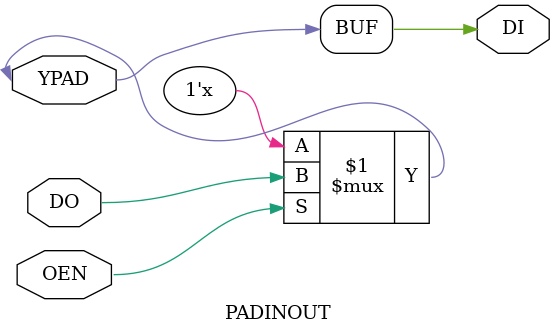
<source format=v>
`timescale 1ns/10ps

`celldefine

module PADINOUT (DO, OEN, DI, YPAD);
input  DO ;
input  OEN ;
output DI ;
inout  YPAD ;

   bufif1 (YPAD, DO, OEN);
   buf (DI, YPAD);

   specify
     // delay parameters
     specparam
       tpllh$DO$YPAD = 0.69:0.69:0.69,
       tphhl$DO$YPAD = 0.5:0.5:0.5,
       tpzh$OEN$YPAD = 0.86:0.86:0.86,
       tpzl$OEN$YPAD = 0.56:0.56:0.56,
       tplz$OEN$YPAD = 0.49:0.49:0.49,
       tphz$OEN$YPAD = 0.62:0.62:0.62,
       tpllh$YPAD$DI = 0.11:0.11:0.11,
       tphhl$YPAD$DI = 0.12:0.12:0.12;

     // path delays
     (DO *> YPAD) = (tpllh$DO$YPAD, tphhl$DO$YPAD);
     (OEN *> YPAD) = (0, 0, tplz$OEN$YPAD, tpzh$OEN$YPAD, tphz$OEN$YPAD, tpzl$OEN$YPAD);
     (YPAD *> DI) = (tpllh$YPAD$DI, tphhl$YPAD$DI);

   endspecify

endmodule

`endcelldefine

</source>
